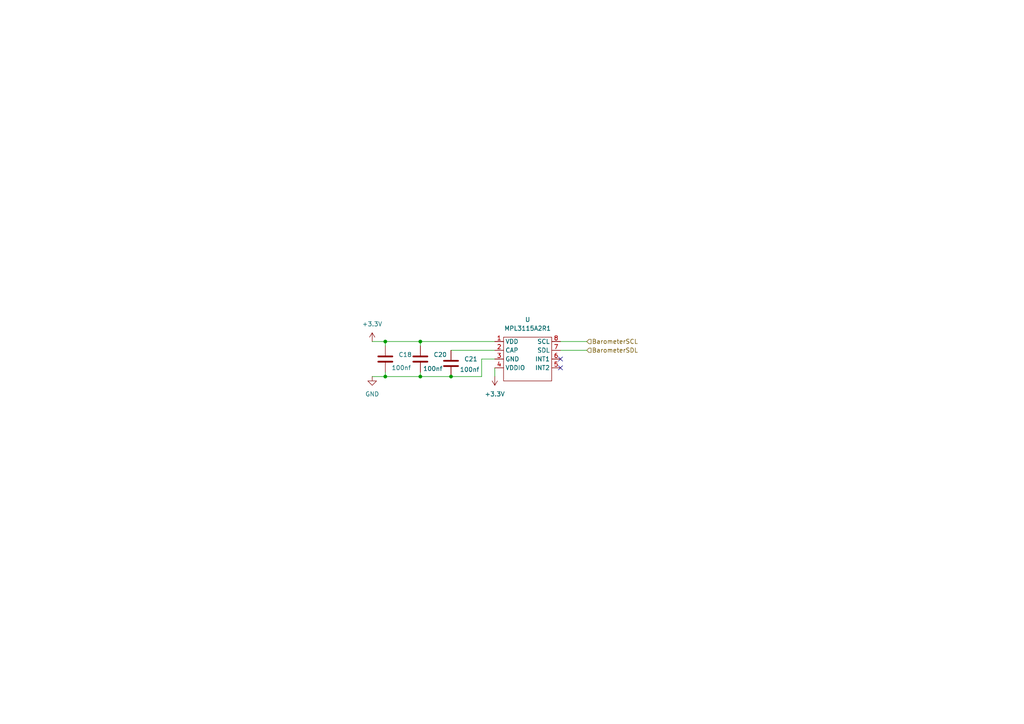
<source format=kicad_sch>
(kicad_sch (version 20250114) (generator "eeschema") (generator_version "9.0")
  (paper "A4")
  (lib_symbols
    (symbol "Device:C" (pin_numbers (hide yes)) (pin_names (offset 0.254))
      (property "Reference" "C" (at 0.635 2.54 0))
      (property "Value" "C" (at 0.635 -2.54 0))
      (symbol "C_0_1"
        (polyline (pts (xy -2.032 0.762) (xy 2.032 0.762)) (stroke (width 0.508)))
        (polyline (pts (xy -2.032 -0.762) (xy 2.032 -0.762)) (stroke (width 0.508)))
      )
      (symbol "C_1_1"
        (pin passive line (at 0 3.81 270) (length 2.794) (name "~") (number "1"))
        (pin passive line (at 0 -3.81 90) (length 2.794) (name "~") (number "2"))
      )
    )
    (symbol "Footprints:MPL3115A2R1"
      (property "Reference" "U" (at 4.445 12.7 0))
      (property "Value" "MPL3115A2R1" (at 4.445 10.16 0))
      (symbol "MPL3115A2R1_0_1"
        (rectangle (start -2.54 7.62) (end 11.43 -5.08))
      )
      (symbol "MPL3115A2R1_1_1"
        (pin input line (at -5.08 6.35 0) (length 2.54) (name "VDD") (number "1"))
        (pin input line (at -5.08 3.81 0) (length 2.54) (name "CAP") (number "2"))
        (pin input line (at -5.08 1.27 0) (length 2.54) (name "GND") (number "3"))
        (pin input line (at -5.08 -1.27 0) (length 2.54) (name "VDDIO") (number "4"))
        (pin input line (at 13.97 6.35 180) (length 2.54) (name "SCL") (number "8"))
        (pin input line (at 13.97 3.81 180) (length 2.54) (name "SDL") (number "7"))
        (pin input line (at 13.97 1.27 180) (length 2.54) (name "INT1") (number "6"))
        (pin input line (at 13.97 -1.27 180) (length 2.54) (name "INT2") (number "5"))
      )
    )
    (symbol "power:+3.3V" (power) (pin_numbers (hide yes)) (pin_names (offset 0) (hide yes))
      (property "Value" "+3.3V" (at 0 3.556 0))
      (symbol "+3.3V_0_1"
        (polyline (pts (xy -0.762 1.27) (xy 0 2.54)))
        (polyline (pts (xy 0 2.54) (xy 0.762 1.27)))
        (polyline (pts (xy 0 0) (xy 0 2.54)))
      )
      (symbol "+3.3V_1_1"
        (pin power_in line (at 0 0 90) (length 0) (name "~") (number "1"))
      )
    )
    (symbol "power:GND" (power) (pin_numbers (hide yes)) (pin_names (offset 0) (hide yes))
      (property "Value" "GND" (at 0 -3.81 0))
      (symbol "GND_0_1"
        (polyline (pts (xy 0 0) (xy 0 -1.27) (xy 1.27 -1.27) (xy 0 -2.54) (xy -1.27 -1.27) (xy 0 -1.27)))
      )
      (symbol "GND_1_1"
        (pin power_in line (at 0 0 270) (length 0) (name "~") (number "1"))
      )
    )
  )
  (junction (at 111.76 109.22))
  (junction (at 130.81 109.22))
  (junction (at 121.92 109.22))
  (junction (at 111.76 99.06))
  (junction (at 121.92 99.06))
  (no_connect (at 162.56 106.68))
  (no_connect (at 162.56 104.14))
  (wire (pts (xy 170.18 101.6) (xy 162.56 101.6)))
  (wire (pts (xy 111.76 107.95) (xy 111.76 109.22)))
  (wire (pts (xy 130.81 109.22) (xy 121.92 109.22)))
  (wire (pts (xy 143.51 109.22) (xy 143.51 106.68)))
  (wire (pts (xy 111.76 100.33) (xy 111.76 99.06)))
  (wire (pts (xy 121.92 107.95) (xy 121.92 109.22)))
  (wire (pts (xy 130.81 101.6) (xy 143.51 101.6)))
  (wire (pts (xy 139.7 104.14) (xy 139.7 109.22)))
  (wire (pts (xy 111.76 99.06) (xy 121.92 99.06)))
  (wire (pts (xy 107.95 99.06) (xy 111.76 99.06)))
  (wire (pts (xy 121.92 99.06) (xy 143.51 99.06)))
  (wire (pts (xy 121.92 109.22) (xy 111.76 109.22)))
  (wire (pts (xy 139.7 109.22) (xy 130.81 109.22)))
  (wire (pts (xy 111.76 109.22) (xy 107.95 109.22)))
  (wire (pts (xy 143.51 104.14) (xy 139.7 104.14)))
  (wire (pts (xy 170.18 99.06) (xy 162.56 99.06)))
  (wire (pts (xy 121.92 100.33) (xy 121.92 99.06)))
  (hierarchical_label "BarometerSCL" (shape input) (at 170.18 99.06 0))
  (hierarchical_label "BarometerSDL" (shape input) (at 170.18 101.6 0))
  (symbol (lib_id "power:GND") (at 107.95 109.22 0) (unit 1)
    (property "Reference" "#PWR023" (effects (hide yes)))
    (property "Value" "GND" (at 107.95 114.3 0))
    (property "Description" "Power symbol creates a global label with name \"GND\" , ground" (effects (hide yes)))
  )
  (symbol (lib_id "Footprints:MPL3115A2R1") (at 148.59 105.41 0) (unit 1)
    (property "Reference" "U" (at 153.035 92.71 0))
    (property "Value" "MPL3115A2R1" (at 153.035 95.25 0))
    (property "Footprint" "myFootprints:PSON80P300X300X100-8N" (effects (hide yes)))
    (property "LCSC Part" "C54429" (effects (hide yes)))
  )
  (symbol (lib_id "power:+3.3V") (at 143.51 109.22 180) (unit 1)
    (property "Reference" "#PWR024" (effects (hide yes)))
    (property "Value" "+3.3V" (at 143.51 114.3 0))
    (property "Description" "Power symbol creates a global label with name \"+3.3V\"" (effects (hide yes)))
  )
  (symbol (lib_id "Device:C") (at 111.76 104.14 0) (unit 1)
    (property "Reference" "C18" (at 115.57 102.8699 0) (effects (justify left)))
    (property "Value" "100nf" (at 113.538 106.68 0) (effects (justify left)))
    (property "Footprint" "Capacitor_SMD:C_0805_2012Metric_Pad1.18x1.45mm_HandSolder" (effects (hide yes)))
    (property "Description" "Unpolarized capacitor" (effects (hide yes)))
    (property "LCSC Part" "C49678" (effects (hide yes)))
  )
  (symbol (lib_id "Device:C") (at 121.92 104.14 0) (unit 1)
    (property "Reference" "C20" (at 125.73 102.8699 0) (effects (justify left)))
    (property "Value" "100nf" (at 122.682 106.934 0) (effects (justify left)))
    (property "Footprint" "Capacitor_SMD:C_0805_2012Metric_Pad1.18x1.45mm_HandSolder" (effects (hide yes)))
    (property "Description" "Unpolarized capacitor" (effects (hide yes)))
    (property "LCSC Part" "C49678" (effects (hide yes)))
  )
  (symbol (lib_id "power:+3.3V") (at 107.95 99.06 0) (unit 1)
    (property "Reference" "#PWR022" (effects (hide yes)))
    (property "Value" "+3.3V" (at 107.95 93.98 0))
    (property "Description" "Power symbol creates a global label with name \"+3.3V\"" (effects (hide yes)))
  )
  (symbol (lib_id "Device:C") (at 130.81 105.41 0) (unit 1)
    (property "Reference" "C21" (at 134.62 104.1399 0) (effects (justify left)))
    (property "Value" "100nf" (at 133.35 107.188 0) (effects (justify left)))
    (property "Footprint" "Capacitor_SMD:C_0805_2012Metric_Pad1.18x1.45mm_HandSolder" (effects (hide yes)))
    (property "Description" "Unpolarized capacitor" (effects (hide yes)))
    (property "LCSC Part" "C49678" (effects (hide yes)))
  )
)
</source>
